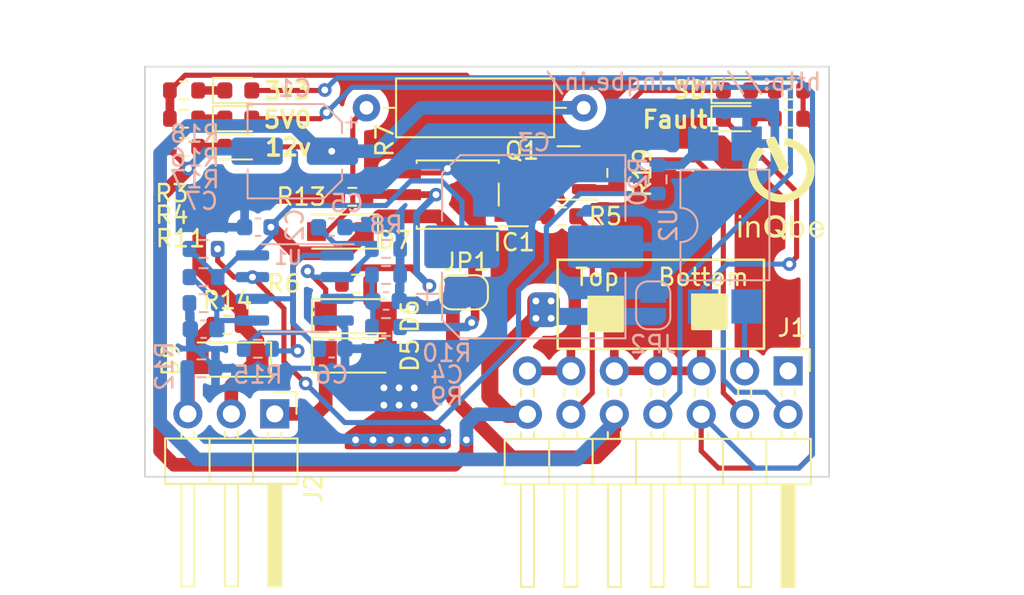
<source format=kicad_pcb>
(kicad_pcb (version 20211014) (generator pcbnew)
  (layers (0 "F.Cu" signal) (31 "B.Cu" signal) (34 "B.Paste" user) (35 "F.Paste" user) (36 "B.SilkS" user "B.Silkscreen") (37 "F.SilkS" user "F.Silkscreen") (38 "B.Mask" user) (39 "F.Mask" user) (44 "Edge.Cuts" user))
  (net 0 "")
  (net 1 "+12V")
  (net 2 "GND")
  (net 3 "/Boot")
  (net 4 "Net-(C4-Pad1)")
  (net 5 "Net-(C5-Pad1)")
  (net 6 "Net-(C6-Pad1)")
  (net 7 "Net-(C7-Pad1)")
  (net 8 "/~{SD}")
  (net 9 "Net-(D1-Pad2)")
  (net 10 "/~{Fault}")
  (net 11 "Net-(D2-Pad2)")
  (net 12 "Net-(D3-Pad1)")
  (net 13 "+3.3V")
  (net 14 "Net-(D4-Pad1)")
  (net 15 "+5V")
  (net 16 "Net-(IC1-Pad3)")
  (net 17 "Net-(D5-Pad2)")
  (net 18 "Net-(D7-Pad2)")
  (net 19 "Net-(D8-Pad1)")
  (net 20 "Gate")
  (net 21 "Net-(IC1-Pad1)")
  (net 22 "GNDD")
  (net 23 "/Reset")
  (net 24 "/pulse IN")
  (net 25 "Drain")
  (net 26 "Source")
  (net 27 "/VO")
  (net 28 "/Error_OUT")
  (net 29 "Net-(Q1-Pad1)")
  (net 30 "Net-(R20-Pad2)")
  (net 31 "Common")
  (footprint "Resistor_SMD:R_0603_1608Metric" (layer "F.Cu") (at 24.384 8.763)
    (fp_text reference "R5" (at 2.54 0) (layer "F.SilkS"))
    (fp_text value "680E")
    (pad "1" smd roundrect (at -0.825 0) (size 0.8 0.95) (layers "F.Cu" "F.Paste" "F.Mask") (net 21 "Net-(IC1-Pad1)"))
    (pad "2" smd roundrect (at 0.825 0) (size 0.8 0.95) (layers "F.Cu" "F.Paste" "F.Mask") (net 24 "/pulse IN"))
  )
  (footprint "Resistor_THT:R_Axial_DIN0309_L9.0mm_D3.2mm_P12.70mm_Horizontal" (layer "F.Cu") (at 12.954 2.413)
    (fp_text reference "R7" (at 1.0668 1.905 90) (layer "F.SilkS"))
    (fp_text value "20E/0.5W")
    (pad "1" thru_hole circle (at 0 0) (size 1.6 1.6) (drill 0.8) (layers *.Cu *.Mask) (net 18 "Net-(D7-Pad2)"))
    (pad "2" thru_hole oval (at 12.7 0) (size 1.6 1.6) (drill 0.8) (layers *.Cu *.Mask) (net 1 "+12V"))
  )
  (footprint "Resistor_SMD:R_0603_1608Metric" (layer "F.Cu") (at 2.286 3.048 180)
    (fp_text reference "R4" (at 0.7112 -5.6388) (layer "F.SilkS"))
    (fp_text value "1k")
    (pad "1" smd roundrect (at -0.825 0 180) (size 0.8 0.95) (layers "F.Cu" "F.Paste" "F.Mask") (net 14 "Net-(D4-Pad1)"))
    (pad "2" smd roundrect (at 0.825 0 180) (size 0.8 0.95) (layers "F.Cu" "F.Paste" "F.Mask") (net 22 "GNDD"))
  )
  (footprint "LED_SMD:LED_0603_1608Metric" (layer "F.Cu") (at 34.607 1.397)
    (fp_text reference "D1" hide)
    (fp_text value "SD/yellow")
    (pad "1" smd roundrect (at -0.7875 0) (size 0.875 0.95) (layers "F.Cu" "F.Paste" "F.Mask") (net 8 "/~{SD}"))
    (pad "2" smd roundrect (at 0.7875 0) (size 0.875 0.95) (layers "F.Cu" "F.Paste" "F.Mask") (net 9 "Net-(D1-Pad2)"))
  )
  (footprint "Resistor_SMD:R_0603_1608Metric" (layer "F.Cu") (at 12.344 12.7)
    (fp_text reference "R6" (at -4.216 0) (layer "F.SilkS"))
    (fp_text value "10K")
    (pad "1" smd roundrect (at -0.825 0) (size 0.8 0.95) (layers "F.Cu" "F.Paste" "F.Mask") (net 27 "/VO"))
    (pad "2" smd roundrect (at 0.825 0) (size 0.8 0.95) (layers "F.Cu" "F.Paste" "F.Mask") (net 17 "Net-(D5-Pad2)"))
  )
  (footprint "Diode_SMD:D_SOD-123F" (layer "F.Cu") (at 11.43 9.652 180)
    (fp_text reference "D7" (at -3.175 -0.508) (layer "F.SilkS"))
    (fp_text value "FR107")
    (pad "1" smd rect (at -1.4 0 180) (size 1.1 1.1) (layers "F.Cu" "F.Paste" "F.Mask") (net 3 "/Boot"))
    (pad "2" smd rect (at 1.4 0 180) (size 1.1 1.1) (layers "F.Cu" "F.Paste" "F.Mask") (net 18 "Net-(D7-Pad2)"))
  )
  (footprint "Package_SO:SO-5_4.4x3.6mm_P1.27mm" (layer "F.Cu") (at 18.288 7.493 180)
    (fp_text reference "IC1" (at -3.302 -2.794) (layer "F.SilkS"))
    (fp_text value "TLP152")
    (pad "1" smd rect (at -3.15 -1.27 180) (size 2 0.64) (layers "F.Cu" "F.Paste" "F.Mask") (net 21 "Net-(IC1-Pad1)"))
    (pad "3" smd rect (at -3.15 1.27 180) (size 2 0.64) (layers "F.Cu" "F.Paste" "F.Mask") (net 16 "Net-(IC1-Pad3)"))
    (pad "4" smd rect (at 3.15 1.27 180) (size 2 0.64) (layers "F.Cu" "F.Paste" "F.Mask") (net 31 "Common"))
    (pad "5" smd rect (at 3.15 0 180) (size 2 0.64) (layers "F.Cu" "F.Paste" "F.Mask") (net 27 "/VO"))
    (pad "6" smd rect (at 3.15 -1.27 180) (size 2 0.64) (layers "F.Cu" "F.Paste" "F.Mask") (net 3 "/Boot"))
  )
  (footprint "Resistor_SMD:R_0603_1608Metric" (layer "F.Cu") (at 27.559 6.223 90)
    (fp_text reference "R19" (at 0 1.524 90) (layer "F.SilkS"))
    (fp_text value "4k7")
    (pad "1" smd roundrect (at -0.825 0 90) (size 0.8 0.95) (layers "F.Cu" "F.Paste" "F.Mask") (net 29 "Net-(Q1-Pad1)"))
    (pad "2" smd roundrect (at 0.825 0 90) (size 0.8 0.95) (layers "F.Cu" "F.Paste" "F.Mask") (net 8 "/~{SD}"))
  )
  (footprint "LED_SMD:LED_0603_1608Metric" (layer "F.Cu") (at 34.607 3.048)
    (fp_text reference "D2" hide)
    (fp_text value "Fault/red")
    (pad "1" smd roundrect (at -0.7875 0) (size 0.875 0.95) (layers "F.Cu" "F.Paste" "F.Mask") (net 10 "/~{Fault}"))
    (pad "2" smd roundrect (at 0.7875 0) (size 0.875 0.95) (layers "F.Cu" "F.Paste" "F.Mask") (net 11 "Net-(D2-Pad2)"))
  )
  (footprint "Connector_PinHeader_2.54mm:PinHeader_2x07_P2.54mm_Horizontal" (layer "F.Cu") (at 37.605 17.805 -90)
    (fp_text reference "J1" (at -2.5142 -0.241) (layer "F.SilkS"))
    (fp_text value "Conn1")
    (pad "1" thru_hole rect (at 0 0 270) (size 1.7 1.7) (drill 1) (layers *.Cu *.Mask) (net 23 "/Reset"))
    (pad "2" thru_hole oval (at 2.54 0 270) (size 1.7 1.7) (drill 1) (layers *.Cu *.Mask) (net 10 "/~{Fault}"))
    (pad "3" thru_hole oval (at 0 2.54 270) (size 1.7 1.7) (drill 1) (layers *.Cu *.Mask) (net 22 "GNDD"))
    (pad "4" thru_hole oval (at 2.54 2.54 270) (size 1.7 1.7) (drill 1) (layers *.Cu *.Mask) (net 8 "/~{SD}"))
    (pad "5" thru_hole oval (at 0 5.08 270) (size 1.7 1.7) (drill 1) (layers *.Cu *.Mask) (net 22 "GNDD"))
    (pad "6" thru_hole oval (at 2.54 5.08 270) (size 1.7 1.7) (drill 1) (layers *.Cu *.Mask) (net 13 "+3.3V"))
    (pad "7" thru_hole oval (at 0 7.62 270) (size 1.7 1.7) (drill 1) (layers *.Cu *.Mask) (net 22 "GNDD"))
    (pad "8" thru_hole oval (at 2.54 7.62 270) (size 1.7 1.7) (drill 1) (layers *.Cu *.Mask) (net 15 "+5V"))
    (pad "9" thru_hole oval (at 0 10.16 270) (size 1.7 1.7) (drill 1) (layers *.Cu *.Mask) (net 22 "GNDD"))
    (pad "10" thru_hole oval (at 2.54 10.16 270) (size 1.7 1.7) (drill 1) (layers *.Cu *.Mask) (net 1 "+12V"))
    (pad "11" thru_hole oval (at 0 12.7 270) (size 1.7 1.7) (drill 1) (layers *.Cu *.Mask) (net 22 "GNDD"))
    (pad "12" thru_hole oval (at 2.54 12.7 270) (size 1.7 1.7) (drill 1) (layers *.Cu *.Mask) (net 24 "/pulse IN"))
    (pad "13" thru_hole oval (at 0 15.24 270) (size 1.7 1.7) (drill 1) (layers *.Cu *.Mask) (net 22 "GNDD"))
    (pad "14" thru_hole oval (at 2.54 15.24 270) (size 1.7 1.7) (drill 1) (layers *.Cu *.Mask) (net 2 "GND"))
  )
  (footprint "Resistor_SMD:R_0603_1608Metric" (layer "F.Cu") (at 37.655 3.048)
    (fp_text reference "R2" hide)
    (fp_text value "330E")
    (pad "1" smd roundrect (at -0.825 0) (size 0.8 0.95) (layers "F.Cu" "F.Paste" "F.Mask") (net 11 "Net-(D2-Pad2)"))
    (pad "2" smd roundrect (at 0.825 0) (size 0.8 0.95) (layers "F.Cu" "F.Paste" "F.Mask") (net 13 "+3.3V"))
  )
  (footprint "Diode_SMD:D_MiniMELF" (layer "F.Cu") (at 4.826 17.145 180)
    (fp_text reference "D9" (at 3.302 0 90) (layer "F.SilkS"))
    (fp_text value "15V")
    (pad "1" smd rect (at -1.75 0 180) (size 1.3 1.7) (layers "F.Cu" "F.Paste" "F.Mask") (net 20 "Gate"))
    (pad "2" smd rect (at 1.75 0 180) (size 1.3 1.7) (layers "F.Cu" "F.Paste" "F.Mask") (net 26 "Source"))
  )
  (footprint "Resistor_SMD:R_0603_1608Metric" (layer "F.Cu") (at 4.826 15.113)
    (fp_text reference "R14" (at 0 -1.43 180) (layer "F.SilkS"))
    (fp_text value "10K")
    (pad "1" smd roundrect (at -0.825 0) (size 0.8 0.95) (layers "F.Cu" "F.Paste" "F.Mask") (net 26 "Source"))
    (pad "2" smd roundrect (at 0.825 0) (size 0.8 0.95) (layers "F.Cu" "F.Paste" "F.Mask") (net 20 "Gate"))
  )
  (footprint "LED_SMD:LED_0603_1608Metric" (layer "F.Cu") (at 5.461 1.397)
    (fp_text reference "D3" hide)
    (fp_text value "3.3v/greeen")
    (pad "1" smd roundrect (at -0.7875 0) (size 0.875 0.95) (layers "F.Cu" "F.Paste" "F.Mask") (net 12 "Net-(D3-Pad1)"))
    (pad "2" smd roundrect (at 0.7875 0) (size 0.875 0.95) (layers "F.Cu" "F.Paste" "F.Mask") (net 13 "+3.3V"))
  )
  (footprint "LED_SMD:LED_0603_1608Metric" (layer "F.Cu") (at 5.461 4.699)
    (fp_text reference "D8" hide)
    (fp_text value "12v")
    (pad "1" smd roundrect (at -0.7875 0) (size 0.875 0.95) (layers "F.Cu" "F.Paste" "F.Mask") (net 19 "Net-(D8-Pad1)"))
    (pad "2" smd roundrect (at 0.7875 0) (size 0.875 0.95) (layers "F.Cu" "F.Paste" "F.Mask") (net 1 "+12V"))
  )
  (footprint "Jumper:SolderJumper-2_P1.3mm_Open_RoundedPad1.0x1.5mm" (layer "F.Cu") (at 18.654 13.208)
    (fp_text reference "JP1" (at 0.142 -1.778 180) (layer "F.SilkS"))
    (fp_text value "~{BST}")
    (pad "1" smd custom (at -0.65 0) (size 1 0.5) (layers "F.Cu" "F.Mask") (net 1 "+12V") (options (clearance outline) (anchor rect)) (primitives (gr_circle (center 0 0.25) (end 0.5 0.25) (width 0) (fill yes)) (gr_circle (center 0 -0.25) (end 0.5 -0.25) (width 0) (fill yes)) (gr_poly (pts (xy 0.5 0.75) (xy 0 0.75) (xy 0 -0.75) (xy 0.5 -0.75)) (width 0) (fill yes))))
    (pad "2" smd custom (at 0.65 0) (size 1 0.5) (layers "F.Cu" "F.Mask") (net 3 "/Boot") (options (clearance outline) (anchor rect)) (primitives (gr_circle (center 0 0.25) (end 0.5 0.25) (width 0) (fill yes)) (gr_circle (center 0 -0.25) (end 0.5 -0.25) (width 0) (fill yes)) (gr_poly (pts (xy 0 0.75) (xy -0.5 0.75) (xy -0.5 -0.75) (xy 0 -0.75)) (width 0) (fill yes))))
  )
  (footprint "Connector_PinHeader_2.54mm:PinHeader_1x03_P2.54mm_Horizontal" (layer "F.Cu") (at 7.592 20.32 -90)
    (fp_text reference "J2" (at 4.385 -2.27 90) (layer "F.SilkS"))
    (fp_text value "FET")
    (pad "1" thru_hole rect (at 0 0 270) (size 1.7 1.7) (drill 1) (layers *.Cu *.Mask) (net 25 "Drain"))
    (pad "2" thru_hole oval (at 0 2.54 270) (size 1.7 1.7) (drill 1) (layers *.Cu *.Mask) (net 20 "Gate"))
    (pad "3" thru_hole oval (at 0 5.08 270) (size 1.7 1.7) (drill 1) (layers *.Cu *.Mask) (net 26 "Source"))
  )
  (footprint "Diode_SMD:D_MiniMELF" (layer "F.Cu") (at 12.319 14.605)
    (fp_text reference "D6" (at 3.175 0 90) (layer "F.SilkS"))
    (fp_text value "1N4148")
    (pad "1" smd rect (at -1.75 0) (size 1.3 1.7) (layers "F.Cu" "F.Paste" "F.Mask") (net 5 "Net-(C5-Pad1)"))
    (pad "2" smd rect (at 1.75 0) (size 1.3 1.7) (layers "F.Cu" "F.Paste" "F.Mask") (net 17 "Net-(D5-Pad2)"))
  )
  (footprint "Resistor_SMD:R_0603_1608Metric" (layer "F.Cu") (at 2.286 1.397 180)
    (fp_text reference "R3" (at 0.7112 -6.0198 180) (layer "F.SilkS"))
    (fp_text value "680E")
    (pad "1" smd roundrect (at -0.825 0 180) (size 0.8 0.95) (layers "F.Cu" "F.Paste" "F.Mask") (net 12 "Net-(D3-Pad1)"))
    (pad "2" smd roundrect (at 0.825 0 180) (size 0.8 0.95) (layers "F.Cu" "F.Paste" "F.Mask") (net 22 "GNDD"))
  )
  (footprint "Resistor_SMD:R_0603_1608Metric" (layer "F.Cu") (at 12.128 7.62 180)
    (fp_text reference "R13" (at 2.984 0) (layer "F.SilkS"))
    (fp_text value "20E")
    (pad "1" smd roundrect (at -0.825 0 180) (size 0.8 0.95) (layers "F.Cu" "F.Paste" "F.Mask") (net 27 "/VO"))
    (pad "2" smd roundrect (at 0.825 0 180) (size 0.8 0.95) (layers "F.Cu" "F.Paste" "F.Mask") (net 20 "Gate"))
  )
  (footprint "Resistor_SMD:R_0603_1608Metric" (layer "F.Cu") (at 37.655 1.397)
    (fp_text reference "R1" hide)
    (fp_text value "330E")
    (pad "1" smd roundrect (at -0.825 0) (size 0.8 0.95) (layers "F.Cu" "F.Paste" "F.Mask") (net 9 "Net-(D1-Pad2)"))
    (pad "2" smd roundrect (at 0.825 0) (size 0.8 0.95) (layers "F.Cu" "F.Paste" "F.Mask") (net 13 "+3.3V"))
  )
  (footprint "Diode_SMD:D_MiniMELF" (layer "F.Cu") (at 12.319 16.904)
    (fp_text reference "D5" (at 3.175 -0.013 90) (layer "F.SilkS"))
    (fp_text value "1N4148")
    (pad "1" smd rect (at -1.75 0) (size 1.3 1.7) (layers "F.Cu" "F.Paste" "F.Mask") (net 25 "Drain"))
    (pad "2" smd rect (at 1.75 0) (size 1.3 1.7) (layers "F.Cu" "F.Paste" "F.Mask") (net 17 "Net-(D5-Pad2)"))
  )
  (footprint "LED_SMD:LED_0603_1608Metric" (layer "F.Cu") (at 5.461 3.048)
    (fp_text reference "D4" hide)
    (fp_text value "5v/green")
    (pad "1" smd roundrect (at -0.7875 0) (size 0.875 0.95) (layers "F.Cu" "F.Paste" "F.Mask") (net 14 "Net-(D4-Pad1)"))
    (pad "2" smd roundrect (at 0.7875 0) (size 0.875 0.95) (layers "F.Cu" "F.Paste" "F.Mask") (net 15 "+5V"))
  )
  (footprint "SANDEEV logo:inQbe_5x6kicad_mod" (layer "F.Cu") (at 37.211 7.112)
    (fp_text reference "G***" hide)
    (fp_text value "LOGO" hide)
  )
  (footprint "Package_TO_SOT_SMD:SOT-23" (layer "F.Cu") (at 24.765 6.223 180)
    (fp_text reference "Q1" (at 2.7178 1.2954) (layer "F.SilkS"))
    (fp_text value "BC846B")
    (pad "1" smd roundrect (at -0.9375 -0.95 180) (size 1.475 0.6) (layers "F.Cu" "F.Paste" "F.Mask") (net 29 "Net-(Q1-Pad1)"))
    (pad "2" smd roundrect (at -0.9375 0.95 180) (size 1.475 0.6) (layers "F.Cu" "F.Paste" "F.Mask") (net 22 "GNDD"))
    (pad "3" smd roundrect (at 0.9375 0 180) (size 1.475 0.6) (layers "F.Cu" "F.Paste" "F.Mask") (net 16 "Net-(IC1-Pad3)"))
  )
  (footprint "Resistor_SMD:R_0603_1608Metric" (layer "F.Cu") (at 2.286 4.699 180)
    (fp_text reference "R11" (at 0.2032 -5.3594) (layer "F.SilkS"))
    (fp_text value "10K")
    (pad "1" smd roundrect (at -0.825 0 180) (size 0.8 0.95) (layers "F.Cu" "F.Paste" "F.Mask") (net 19 "Net-(D8-Pad1)"))
    (pad "2" smd roundrect (at 0.825 0 180) (size 0.8 0.95) (layers "F.Cu" "F.Paste" "F.Mask") (net 2 "GND"))
  )
  (footprint "Capacitor_SMD:C_0603_1608Metric" (layer "B.Cu") (at 10.922 9.398)
    (fp_text reference "C5" (at 0.889 -1.397) (layer "B.SilkS") (effects (justify mirror)))
    (fp_text value "1nF")
    (pad "1" smd roundrect (at -0.775 0) (size 0.9 0.95) (layers "B.Cu" "B.Paste" "B.Mask") (net 5 "Net-(C5-Pad1)"))
    (pad "2" smd roundrect (at 0.775 0) (size 0.9 0.95) (layers "B.Cu" "B.Paste" "B.Mask") (net 31 "Common"))
  )
  (footprint "Resistor_SMD:R_0603_1608Metric" (layer "B.Cu") (at 6.604 16.51 180)
    (fp_text reference "R15" (at 0 -1.524) (layer "B.SilkS") (effects (justify mirror)))
    (fp_text value "150K")
    (pad "1" smd roundrect (at -0.825 0 180) (size 0.8 0.95) (layers "B.Cu" "B.Paste" "B.Mask") (net 3 "/Boot"))
    (pad "2" smd roundrect (at 0.825 0 180) (size 0.8 0.95) (layers "B.Cu" "B.Paste" "B.Mask") (net 6 "Net-(C6-Pad1)"))
  )
  (footprint "Resistor_SMD:R_0603_1608Metric" (layer "B.Cu") (at 3.429 13.843 180)
    (fp_text reference "R17" (at 0.508 7.239 180) (layer "B.SilkS") (effects (justify mirror)))
    (fp_text value "12k")
    (pad "1" smd roundrect (at -0.825 0 180) (size 0.8 0.95) (layers "B.Cu" "B.Paste" "B.Mask") (net 7 "Net-(C7-Pad1)"))
    (pad "2" smd roundrect (at 0.825 0 180) (size 0.8 0.95) (layers "B.Cu" "B.Paste" "B.Mask") (net 31 "Common"))
  )
  (footprint "Capacitor_SMD:C_0603_1608Metric" (layer "B.Cu") (at 3.429 15.367 180)
    (fp_text reference "C7" (at 0.127 7.493) (layer "B.SilkS") (effects (justify mirror)))
    (fp_text value "100nF")
    (pad "1" smd roundrect (at -0.775 0 180) (size 0.9 0.95) (layers "B.Cu" "B.Paste" "B.Mask") (net 7 "Net-(C7-Pad1)"))
    (pad "2" smd roundrect (at 0.775 0 180) (size 0.9 0.95) (layers "B.Cu" "B.Paste" "B.Mask") (net 31 "Common"))
  )
  (footprint "Jumper:SolderJumper-2_P1.3mm_Open_RoundedPad1.0x1.5mm" (layer "B.Cu") (at 29.718 13.97 -90)
    (fp_text reference "JP2" (at 2.286 0) (layer "B.SilkS") (effects (justify mirror)))
    (fp_text value "~{GND}")
    (pad "1" smd custom (at -0.65 0 270) (size 1 0.5) (layers "B.Cu" "B.Mask") (net 31 "Common") (options (clearance outline) (anchor rect)) (primitives (gr_circle (center 0 -0.25) (end 0.5 -0.25) (width 0) (fill yes)) (gr_circle (center 0 0.25) (end 0.5 0.25) (width 0) (fill yes)) (gr_poly (pts (xy 0.5 -0.75) (xy 0 -0.75) (xy 0 0.75) (xy 0.5 0.75)) (width 0) (fill yes))))
    (pad "2" smd custom (at 0.65 0 270) (size 1 0.5) (layers "B.Cu" "B.Mask") (net 2 "GND") (options (clearance outline) (anchor rect)) (primitives (gr_circle (center 0 -0.25) (end 0.5 -0.25) (width 0) (fill yes)) (gr_circle (center 0 0.25) (end 0.5 0.25) (width 0) (fill yes)) (gr_poly (pts (xy 0 -0.75) (xy -0.5 -0.75) (xy -0.5 0.75) (xy 0 0.75)) (width 0) (fill yes))))
  )
  (footprint "Package_DIP:SMDIP-4_W9.53mm" (layer "B.Cu") (at 33.909 9.271 -90)
    (fp_text reference "U2" (at 0 3.302 90) (layer "B.SilkS") (effects (justify mirror)))
    (fp_text value "LTV-817S")
    (pad "1" smd rect (at -4.765 1.27 270) (size 2 1.78) (layers "B.Cu" "B.Paste" "B.Mask") (net 30 "Net-(R20-Pad2)"))
    (pad "2" smd rect (at -4.765 -1.27 270) (size 2 1.78) (layers "B.Cu" "B.Paste" "B.Mask") (net 31 "Common"))
    (pad "3" smd rect (at 4.765 -1.27 270) (size 2 1.78) (layers "B.Cu" "B.Paste" "B.Mask") (net 22 "GNDD"))
    (pad "4" smd rect (at 4.765 1.27 270) (size 2 1.78) (layers "B.Cu" "B.Paste" "B.Mask") (net 10 "/~{Fault}"))
  )
  (footprint "Capacitor_SMD:C_0603_1608Metric" (layer "B.Cu") (at 6.604 9.398 180)
    (fp_text reference "C2" (at -2.159 0.127 90) (layer "B.SilkS") (effects (justify mirror)))
    (fp_text value "10uF")
    (pad "1" smd roundrect (at -0.775 0 180) (size 0.9 0.95) (layers "B.Cu" "B.Paste" "B.Mask") (net 3 "/Boot"))
    (pad "2" smd roundrect (at 0.775 0 180) (size 0.9 0.95) (layers "B.Cu" "B.Paste" "B.Mask") (net 31 "Common"))
  )
  (footprint "Capacitor_SMD:C_0603_1608Metric" (layer "B.Cu") (at 14.097 13.716)
    (fp_text reference "C4" (at 3.556 4.318) (layer "B.SilkS") (effects (justify mirror)))
    (fp_text value "100nF")
    (pad "1" smd roundrect (at -0.775 0) (size 0.9 0.95) (layers "B.Cu" "B.Paste" "B.Mask") (net 4 "Net-(C4-Pad1)"))
    (pad "2" smd roundrect (at 0.775 0) (size 0.9 0.95) (layers "B.Cu" "B.Paste" "B.Mask") (net 31 "Common"))
  )
  (footprint "Capacitor_SMD:CP_Elec_10x10.5" (layer "B.Cu") (at 22.733 10.541)
    (fp_text reference "C3" (at 0 -6.096) (layer "B.SilkS") (effects (justify mirror)))
    (fp_text value "470uF/25V")
    (pad "1" smd roundrect (at -4.2 0) (size 4.4 2.5) (layers "B.Cu" "B.Paste" "B.Mask") (roundrect_rratio 0.1) (net 3 "/Boot"))
    (pad "2" smd roundrect (at 4.2 0) (size 4.4 2.5) (layers "B.Cu" "B.Paste" "B.Mask") (roundrect_rratio 0.1) (net 31 "Common"))
  )
  (footprint "Package_SO:SOIC-8_3.9x4.9mm_P1.27mm" (layer "B.Cu") (at 8.763 12.954 180)
    (fp_text reference "U1" (at 0.381 1.778) (layer "B.SilkS") (effects (font (size 0.8 0.8)) (justify mirror)))
    (fp_text value "LM393")
    (pad "1" smd roundrect (at -2.475 1.905 180) (size 1.95 0.6) (layers "B.Cu" "B.Paste" "B.Mask") (net 6 "Net-(C6-Pad1)"))
    (pad "2" smd roundrect (at -2.475 0.635 180) (size 1.95 0.6) (layers "B.Cu" "B.Paste" "B.Mask") (net 5 "Net-(C5-Pad1)"))
    (pad "3" smd roundrect (at -2.475 -0.635 180) (size 1.95 0.6) (layers "B.Cu" "B.Paste" "B.Mask") (net 4 "Net-(C4-Pad1)"))
    (pad "4" smd roundrect (at -2.475 -1.905 180) (size 1.95 0.6) (layers "B.Cu" "B.Paste" "B.Mask") (net 31 "Common"))
    (pad "5" smd roundrect (at 2.475 -1.905 180) (size 1.95 0.6) (layers "B.Cu" "B.Paste" "B.Mask") (net 7 "Net-(C7-Pad1)"))
    (pad "6" smd roundrect (at 2.475 -0.635 180) (size 1.95 0.6) (layers "B.Cu" "B.Paste" "B.Mask") (net 6 "Net-(C6-Pad1)"))
    (pad "7" smd roundrect (at 2.475 0.635 180) (size 1.95 0.6) (layers "B.Cu" "B.Paste" "B.Mask") (net 28 "/Error_OUT"))
    (pad "8" smd roundrect (at 2.475 1.905 180) (size 1.95 0.6) (layers "B.Cu" "B.Paste" "B.Mask") (net 3 "/Boot"))
  )
  (footprint "Resistor_SMD:R_0603_1608Metric" (layer "B.Cu") (at 3.429 10.668)
    (fp_text reference "R18" (at -0.508 -6.731) (layer "B.SilkS") (effects (justify mirror)))
    (fp_text value "10K")
    (pad "1" smd roundrect (at -0.825 0) (size 0.8 0.95) (layers "B.Cu" "B.Paste" "B.Mask") (net 3 "/Boot"))
    (pad "2" smd roundrect (at 0.825 0) (size 0.8 0.95) (layers "B.Cu" "B.Paste" "B.Mask") (net 28 "/Error_OUT"))
  )
  (footprint "Resistor_SMD:R_0603_1608Metric" (layer "B.Cu") (at 14.097 12.192)
    (fp_text reference "R10" (at 3.556 4.572) (layer "B.SilkS") (effects (justify mirror)))
    (fp_text value "12K")
    (pad "1" smd roundrect (at -0.825 0) (size 0.8 0.95) (layers "B.Cu" "B.Paste" "B.Mask") (net 4 "Net-(C4-Pad1)"))
    (pad "2" smd roundrect (at 0.825 0) (size 0.8 0.95) (layers "B.Cu" "B.Paste" "B.Mask") (net 31 "Common"))
  )
  (footprint "Resistor_SMD:R_0603_1608Metric" (layer "B.Cu") (at 14.097 10.668)
    (fp_text reference "R8" (at 0 -1.397) (layer "B.SilkS") (effects (justify mirror)))
    (fp_text value "100K")
    (pad "1" smd roundrect (at -0.825 0) (size 0.8 0.95) (layers "B.Cu" "B.Paste" "B.Mask") (net 5 "Net-(C5-Pad1)"))
    (pad "2" smd roundrect (at 0.825 0) (size 0.8 0.95) (layers "B.Cu" "B.Paste" "B.Mask") (net 31 "Common"))
  )
  (footprint "Resistor_SMD:R_0603_1608Metric" (layer "B.Cu") (at 3.302 17.653 180)
    (fp_text reference "R12" (at 2.159 0.127 270) (layer "B.SilkS") (effects (justify mirror)))
    (fp_text value "0E")
    (pad "1" smd roundrect (at -0.825 0 180) (size 0.8 0.95) (layers "B.Cu" "B.Paste" "B.Mask") (net 31 "Common"))
    (pad "2" smd roundrect (at 0.825 0 180) (size 0.8 0.95) (layers "B.Cu" "B.Paste" "B.Mask") (net 26 "Source"))
  )
  (footprint "Resistor_SMD:R_0603_1608Metric" (layer "B.Cu") (at 29.972 6.604 90)
    (fp_text reference "R20" (at -0.127 -1.143 90) (layer "B.SilkS") (effects (justify mirror)))
    (fp_text value "1k")
    (pad "1" smd roundrect (at -0.825 0 90) (size 0.8 0.95) (layers "B.Cu" "B.Paste" "B.Mask") (net 28 "/Error_OUT"))
    (pad "2" smd roundrect (at 0.825 0 90) (size 0.8 0.95) (layers "B.Cu" "B.Paste" "B.Mask") (net 30 "Net-(R20-Pad2)"))
  )
  (footprint "Capacitor_SMD:CP_Elec_5x5.4" (layer "B.Cu") (at 8.763 4.953 180)
    (fp_text reference "C1" (at 0 3.7) (layer "B.SilkS") (effects (justify mirror)))
    (fp_text value "10uF/50V")
    (pad "1" smd roundrect (at -2.2 0 180) (size 3 1.6) (layers "B.Cu" "B.Paste" "B.Mask") (roundrect_rratio 0.15625) (net 1 "+12V"))
    (pad "2" smd roundrect (at 2.2 0 180) (size 3 1.6) (layers "B.Cu" "B.Paste" "B.Mask") (roundrect_rratio 0.15625) (net 2 "GND"))
  )
  (footprint "Resistor_SMD:R_0603_1608Metric" (layer "B.Cu") (at 14.097 15.24 180)
    (fp_text reference "R9" (at -3.556 -4.064) (layer "B.SilkS") (effects (justify mirror)))
    (fp_text value "12K")
    (pad "1" smd roundrect (at -0.825 0 180) (size 0.8 0.95) (layers "B.Cu" "B.Paste" "B.Mask") (net 3 "/Boot"))
    (pad "2" smd roundrect (at 0.825 0 180) (size 0.8 0.95) (layers "B.Cu" "B.Paste" "B.Mask") (net 4 "Net-(C4-Pad1)"))
  )
  (footprint "Resistor_SMD:R_0603_1608Metric" (layer "B.Cu") (at 3.429 12.319 180)
    (fp_text reference "R16" (at 0.508 6.985) (layer "B.SilkS") (effects (justify mirror)))
    (fp_text value "12K")
    (pad "1" smd roundrect (at -0.825 0 180) (size 0.8 0.95) (layers "B.Cu" "B.Paste" "B.Mask") (net 3 "/Boot"))
    (pad "2" smd roundrect (at 0.825 0 180) (size 0.8 0.95) (layers "B.Cu" "B.Paste" "B.Mask") (net 7 "Net-(C7-Pad1)"))
  )
  (footprint "Capacitor_SMD:C_0603_1608Metric" (layer "B.Cu") (at 10.922 16.51)
    (fp_text reference "C6" (at 0 1.524) (layer "B.SilkS") (effects (justify mirror)))
    (fp_text value "100nF")
    (pad "1" smd roundrect (at -0.775 0) (size 0.9 0.95) (layers "B.Cu" "B.Paste" "B.Mask") (net 6 "Net-(C6-Pad1)"))
    (pad "2" smd roundrect (at 0.775 0) (size 0.9 0.95) (layers "B.Cu" "B.Paste" "B.Mask") (net 31 "Common"))
  )
  (gr_rect (start 25.94 13.478) (end 27.94 15.478) (layer "F.SilkS") (width 0.15) (fill solid))
  (gr_rect (start 32.004 13.351) (end 34.004 15.351) (layer "F.SilkS") (width 0.15) (fill solid))
  (gr_rect (start 24.13 11.303) (end 36.195 16.51) (layer "F.SilkS") (width 0.15) (fill none))
  (gr_rect (start 40 24) (end 0 0) (layer "Edge.Cuts") (width 0.1) (fill none))
  (gr_text "http://www.inqbe.in/" (at 31.496 0.889) (layer "B.SilkS") (effects (font (size 1 1)) (justify mirror)))
  (gr_text "Top   Bottom" (at 30.226 12.319) (layer "F.SilkS") (effects (font (size 1 1))))
  (gr_text "3v3" (at 8.3312 1.4224) (layer "F.SilkS") (effects (font (size 1 1) (thickness 0.2))))
  (gr_text "SD" (at 31.8516 1.3716) (layer "F.SilkS") (effects (font (size 1 1) (thickness 0.2))))
  (gr_text "12v" (at 8.382 4.7244) (layer "F.SilkS") (effects (font (size 1 1) (thickness 0.2))))
  (gr_text "Fault" (at 30.988 3.0988) (layer "F.SilkS") (effects (font (size 1 1) (thickness 0.2))))
  (gr_text "5V0" (at 8.3312 3.0988) (layer "F.SilkS") (effects (font (size 1 1) (thickness 0.2))))
  (segment (start 18.004 13.208) (end 18.004 19.401) (width 0.8) (layer "F.Cu") (net 1))
  (segment (start 26.416 22.86) (end 27.445 21.831) (width 0.8) (layer "F.Cu") (net 1))
  (segment (start 21.463 22.86) (end 26.416 22.86) (width 0.8) (layer "F.Cu") (net 1))
  (segment (start 6.2485 4.699) (end 10.668 4.699) (width 0.3) (layer "F.Cu") (net 1))
  (segment (start 10.668 4.699) (end 10.922 4.953) (width 0.3) (layer "F.Cu") (net 1))
  (segment (start 27.445 21.831) (end 27.445 20.345) (width 0.8) (layer "F.Cu") (net 1))
  (segment (start 18.004 19.401) (end 21.463 22.86) (width 0.8) (layer "F.Cu") (net 1))
  (via (at 10.922 4.953) (size 0.8) (drill 0.4) (layers "F.Cu" "B.Cu") (net 1))
  (segment (start 3.05837 22.987) (end 0.889 20.81763) (width 0.8) (layer "B.Cu") (net 1))
  (segment (start 25.654 2.413) (end 16.129 2.413) (width 0.8) (layer "B.Cu") (net 1))
  (segment (start 27.445 20.345) (end 27.445 20.815) (width 0.8) (layer "B.Cu") (net 1))
  (segment (start 25.273 22.987) (end 3.05837 22.987) (width 0.8) (layer "B.Cu") (net 1))
  (segment (start 27.445 20.815) (end 25.273 22.987) (width 0.8) (layer "B.Cu") (net 1))
  (segment (start 10.197572 4.953) (end 10.963 4.953) (width 0.8) (layer "B.Cu") (net 1))
  (segment (start 0.889 5.08) (end 2.491103 3.477897) (width 0.8) (layer "B.Cu") (net 1))
  (segment (start 8.722469 3.477897) (end 10.197572 4.953) (width 0.8) (layer "B.Cu") (net 1))
  (segment (start 0.889 20.81763) (end 0.889 5.08) (width 0.8) (layer "B.Cu") (net 1))
  (segment (start 16.129 2.413) (end 13.589 4.953) (width 0.8) (layer "B.Cu") (net 1))
  (segment (start 2.491103 3.477897) (end 8.722469 3.477897) (width 0.8) (layer "B.Cu") (net 1))
  (segment (start 13.589 4.953) (end 10.963 4.953) (width 0.8) (layer "B.Cu") (net 1))
  (segment (start 18.796 22.606) (end 18.796 21.844) (width 0.8) (layer "F.Cu") (net 2))
  (segment (start 1.71 23.3) (end 18.102 23.3) (width 0.8) (layer "F.Cu") (net 2))
  (segment (start 0.889 22.479) (end 1.71 23.3) (width 0.8) (layer "F.Cu") (net 2))
  (segment (start 0.889 7.62) (end 0.889 22.479) (width 0.8) (layer "F.Cu") (net 2))
  (segment (start 23.749 13.716) (end 23.749 13.843) (width 0.8) (layer "F.Cu") (net 2))
  (segment (start 20.1676 19.304) (end 20.1676 17.4244) (width 1) (layer "F.Cu") (net 2))
  (segment (start 1.461 4.89) (end 2.54 5.969) (width 0.3) (layer "F.Cu") (net 2))
  (segment (start 20.1676 17.4244) (end 23.749 13.843) (width 1) (layer "F.Cu") (net 2))
  (segment (start 21.2086 20.345) (end 20.1676 19.304) (width 1) (layer "F.Cu") (net 2))
  (segment (start 2.54 5.969) (end 0.889 7.62) (width 0.8) (layer "F.Cu") (net 2))
  (segment (start 18.102 23.3) (end 18.796 22.606) (width 0.8) (layer "F.Cu") (net 2))
  (segment (start 22.365 20.345) (end 21.2086 20.345) (width 1) (layer "F.Cu") (net 2))
  (segment (start 1.461 4.699) (end 1.461 4.89) (width 0.3) (layer "F.Cu") (net 2))
  (via (at 2.54 5.969) (size 0.8) (drill 0.4) (layers "F.Cu" "B.Cu") (net 2))
  (via (at 22.86 13.716) (size 0.8) (drill 0.4) (layers "F.Cu" "B.Cu") (net 2))
  (via (at 23.749 13.716) (size 0.8) (drill 0.4) (layers "F.Cu" "B.Cu") (net 2))
  (via (at 18.796 21.844) (size 0.8) (drill 0.4) (layers "F.Cu" "B.Cu") (net 2))
  (via (at 22.86 14.732) (size 0.8) (drill 0.4) (layers "F.Cu" "B.Cu") (net 2))
  (via (at 23.749 14.732) (size 0.8) (drill 0.4) (layers "F.Cu" "B.Cu") (net 2))
  (segment (start 19.406 20.345) (end 22.365 20.345) (width 0.8) (layer "B.Cu") (net 2))
  (segment (start 18.796 20.955) (end 19.406 20.345) (width 0.8) (layer "B.Cu") (net 2))
  (segment (start 23.749 14.732) (end 22.86 14.732) (width 0.8) (layer "B.Cu") (net 2))
  (segment (start 18.796 21.844) (end 18.796 20.955) (width 0.8) (layer "B.Cu") (net 2))
  (segment (start 3.556 4.953) (end 2.54 5.969) (width 0.5) (layer "B.Cu") (net 2))
  (segment (start 6.563 4.953) (end 3.556 4.953) (width 0.5) (layer "B.Cu") (net 2))
  (segment (start 29.718 14.62) (end 23.764 14.62) (width 1) (layer "B.Cu") (net 2))
  (segment (start 23.764 14.62) (end 23.368 14.224) (width 1) (layer "B.Cu") (net 2))
  (segment (start 11.684 10.922) (end 8.89 10.922) (width 0.8) (layer "F.Cu") (net 3))
  (segment (start 19.304 14.7828) (end 19.1008 14.986) (width 0.5) (layer "F.Cu") (net 3))
  (segment (start 8.89 10.922) (end 7.366 9.398) (width 0.8) (layer "F.Cu") (net 3))
  (segment (start 7.366 9.398) (end 8.677511 10.709511) (width 0.3) (layer "F.Cu") (net 3))
  (segment (start 12.83 9.652) (end 12.83 9.776) (width 0.8) (layer "F.Cu") (net 3))
  (segment (start 15.138 8.763) (end 13.719 8.763) (width 0.8) (layer "F.Cu") (net 3))
  (segment (start 13.719 8.763) (end 12.83 9.652) (width 0.8) (layer "F.Cu") (net 3))
  (segment (start 12.83 9.776) (end 11.684 10.922) (width 0.8) (layer "F.Cu") (net 3))
  (segment (start 17.145 8.763) (end 15.138 8.763) (width 0.8) (layer "F.Cu") (net 3))
  (segment (start 19.304 10.922) (end 17.145 8.763) (width 0.8) (layer "F.Cu") (net 3))
  (segment (start 8.677511 10.709511) (end 8.677511 16.387011) (width 0.3) (layer "F.Cu") (net 3))
  (segment (start 8.677511 16.387011) (end 8.9275 16.637) (width 0.3) (layer "F.Cu") (net 3))
  (segment (start 19.304 13.208) (end 19.304 14.7828) (width 0.5) (layer "F.Cu") (net 3))
  (segment (start 19.304 13.208) (end 19.304 10.922) (width 0.8) (layer "F.Cu") (net 3))
  (via (at 19.1008 14.986) (size 0.8) (drill 0.4) (layers "F.Cu" "B.Cu") (net 3))
  (via (at 7.366 9.398) (size 0.8) (drill 0.4) (layers "F.Cu" "B.Cu") (net 3))
  (via (at 8.9275 16.637) (size 0.8) (drill 0.4) (layers "F.Cu" "B.Cu") (net 3))
  (segment (start 7.379 9.398) (end 7.379 9.2915) (width 0.3) (layer "B.Cu") (net 3))
  (segment (start 15.531501 6.693499) (end 14.097 8.128) (width 0.3) (layer "B.Cu") (net 3))
  (segment (start 5.524 11.049) (end 6.288 11.049) (width 0.3) (layer "B.Cu") (net 3))
  (segment (start 2.604 10.668) (end 2.604 10.669) (width 0.3) (layer "B.Cu") (net 3))
  (segment (start 8.5425 8.128) (end 8.001 8.6695) (width 0.3) (layer "B.Cu") (net 3))
  (segment (start 18.533 7.877334) (end 17.349165 6.693499) (width 0.3) (layer "B.Cu") (net 3))
  (segment (start 7.429 16.51) (end 7.556 16.637) (width 0.3) (layer "B.Cu") (net 3))
  (segment (start 7.379 9.958) (end 6.288 11.049) (width 0.3) (layer "B.Cu") (net 3))
  (segment (start 18.8468 15.24) (end 19.1008 14.986) (width 0.5) (layer "B.Cu") (net 3))
  (segment (start 4.254 12.319) (end 5.524 11.049) (width 0.3) (layer "B.Cu") (net 3))
  (segment (start 2.604 10.669) (end 4.254 12.319) (width 0.3) (layer "B.Cu") (net 3))
  (segment (start 14.922 15.24) (end 18.8468 15.24) (width 0.5) (layer "B.Cu") (net 3))
  (segment (start 14.097 8.128) (end 8.5425 8.128) (width 0.3) (layer "B.Cu") (net 3))
  (segment (start 17.349165 6.693499) (end 15.531501 6.693499) (width 0.3) (layer "B.Cu") (net 3))
  (segment (start 7.379 9.398) (end 7.379 9.958) (width 0.3) (layer "B.Cu") (net 3))
  (segment (start 7.379 9.2915) (end 8.001 8.6695) (width 0.3) (layer "B.Cu") (net 3))
  (segment (start 18.533 10.541) (end 18.533 7.877334) (width 0.3) (layer "B.Cu") (net 3))
  (segment (start 7.556 16.637) (end 8.9275 16.637) (width 0.3) (layer "B.Cu") (net 3))
  (segment (start 13.195 13.589) (end 13.322 13.716) (width 0.3) (layer "B.Cu") (net 4))
  (segment (start 13.272 13.666) (end 13.322 13.716) (width 0.3) (layer "B.Cu") (net 4))
  (segment (start 13.322 13.716) (end 13.322 15.19) (width 0.3) (layer "B.Cu") (net 4))
  (segment (start 13.322 15.19) (end 13.272 15.24) (width 0.3) (layer "B.Cu") (net 4))
  (segment (start 13.272 12.192) (end 13.272 13.666) (width 0.3) (layer "B.Cu") (net 4))
  (segment (start 11.238 13.589) (end 13.195 13.589) (width 0.3) (layer "B.Cu") (net 4))
  (segment (start 10.569 14.605) (end 10.569 13.028198) (width 0.3) (layer "F.Cu") (net 5))
  (segment (start 10.569 13.028198) (end 9.512302 11.9715) (width 0.3) (layer "F.Cu") (net 5))
  (via (at 9.512302 11.9715) (size 0.8) (drill 0.4) (layers "F.Cu" "B.Cu") (net 5))
  (segment (start 11.09848 10.34948) (end 12.95348 10.34948) (width 0.3) (layer "B.Cu") (net 5))
  (segment (start 12.47248 11.91152) (end 12.47248 11.668671) (width 0.3) (layer "B.Cu") (net 5))
  (segment (start 12.95348 10.34948) (end 13.272 10.668) (width 0.3) (layer "B.Cu") (net 5))
  (segment (start 13.272 10.869151) (end 13.272 10.668) (width 0.3) (layer "B.Cu") (net 5))
  (segment (start 11.238 12.319) (end 12.065 12.319) (width 0.3) (layer "B.Cu") (net 5))
  (segment (start 12.065 12.319) (end 12.47248 11.91152) (width 0.3) (layer "B.Cu") (net 5))
  (segment (start 9.859802 12.319) (end 9.512302 11.9715) (width 0.3) (layer "B.Cu") (net 5))
  (segment (start 12.47248 11.668671) (end 13.272 10.869151) (width 0.3) (layer "B.Cu") (net 5))
  (segment (start 11.238 12.319) (end 9.859802 12.319) (width 0.3) (layer "B.Cu") (net 5))
  (segment (start 10.147 9.398) (end 11.09848 10.34948) (width 0.3) (layer "B.Cu") (net 5))
  (segment (start 8.725499 11.606835) (end 8.713165 11.606835) (width 0.3) (layer "B.Cu") (net 6))
  (segment (start 8.636 11.684) (end 8.636 13.589) (width 0.3) (layer "B.Cu") (net 6))
  (segment (start 10.147 16.51) (end 9.19552 15.55852) (width 0.3) (layer "B.Cu") (net 6))
  (segment (start 10.147 16.51) (end 8.636 14.999) (width 0.3) (layer "B.Cu") (net 6))
  (segment (start 8.636 13.589) (end 6.288 13.589) (width 0.3) (layer "B.Cu") (net 6))
  (segment (start 6.73048 15.55852) (end 5.779 16.51) (width 0.3) (layer "B.Cu") (net 6))
  (segment (start 8.713165 11.606835) (end 8.636 11.684) (width 0.3) (layer "B.Cu") (net 6))
  (segment (start 9.283334 11.049) (end 8.725499 11.606835) (width 0.3) (layer "B.Cu") (net 6))
  (segment (start 11.238 11.049) (end 9.283334 11.049) (width 0.3) (layer "B.Cu") (net 6))
  (segment (start 9.19552 15.55852) (end 6.73048 15.55852) (width 0.3) (layer "B.Cu") (net 6))
  (segment (start 8.636 13.589) (end 8.636 14.999) (width 0.3) (layer "B.Cu") (net 6))
  (segment (start 2.604 12.319) (end 2.73 12.319) (width 0.3) (layer "B.Cu") (net 7))
  (segment (start 4.204 13.893) (end 4.254 13.843) (width 0.3) (layer "B.Cu") (net 7))
  (segment (start 4.217 14.859) (end 4.204 14.846) (width 0.3) (layer "B.Cu") (net 7))
  (segment (start 6.288 14.859) (end 4.217 14.859) (width 0.3) (layer "B.Cu") (net 7))
  (segment (start 4.204 14.846) (end 4.204 13.893) (width 0.3) (layer "B.Cu") (net 7))
  (segment (start 4.204 15.367) (end 4.204 14.846) (width 0.3) (layer "B.Cu") (net 7))
  (segment (start 2.73 12.319) (end 4.254 13.843) (width 0.3) (layer "B.Cu") (net 7))
  (segment (start 33.8195 1.397) (end 29.083 1.397) (width 0.3) (layer "F.Cu") (net 8))
  (segment (start 27.559 2.921) (end 27.559 5.398) (width 0.3) (layer "F.Cu") (net 8))
  (segment (start 27.622 5.461) (end 27.559 5.398) (width 0.3) (layer "F.Cu") (net 8))
  (segment (start 35.065 20.345) (end 33.815489 19.095489) (width 0.3) (layer "F.Cu") (net 8))
  (segment (start 33.815489 19.095489) (end 33.815489 7.018489) (width 0.3) (layer "F.Cu") (net 8))
  (segment (start 33.815489 7.018489) (end 32.258 5.461) (width 0.3) (layer "F.Cu") (net 8))
  (segment (start 29.083 1.397) (end 27.559 2.921) (width 0.3) (layer "F.Cu") (net 8))
  (segment (start 32.258 5.461) (end 27.622 5.461) (width 0.3) (layer "F.Cu") (net 8))
  (segment (start 35.3945 1.397) (end 36.83 1.397) (width 0.3) (layer "F.Cu") (net 9))
  (segment (start 38.1 7.3285) (end 38.1 11.1385) (width 0.3) (layer "F.Cu") (net 10))
  (segment (start 38.1 11.1385) (end 37.6815 11.557) (width 0.3) (layer "F.Cu") (net 10))
  (segment (start 33.8195 3.048) (end 38.1 7.3285) (width 0.3) (layer "F.Cu") (net 10))
  (via (at 37.6815 11.557) (size 0.8) (drill 0.4) (layers "F.Cu" "B.Cu") (net 10))
  (segment (start 34.036 11.557) (end 37.6815 11.557) (width 0.3) (layer "B.Cu") (net 10))
  (segment (start 32.639 14.036) (end 33.815489 15.212489) (width 0.3) (layer "B.Cu") (net 10))
  (segment (start 32.639 14.036) (end 32.639 12.954) (width 0.3) (layer "B.Cu") (net 10))
  (segment (start 34.547435 19.054511) (end 36.314511 19.054511) (width 0.3) (layer "B.Cu") (net 10))
  (segment (start 33.815489 15.212489) (end 33.815489 18.322565) (width 0.3) (layer "B.Cu") (net 10))
  (segment (start 33.815489 18.322565) (end 34.547435 19.054511) (width 0.3) (layer "B.Cu") (net 10))
  (segment (start 36.314511 19.054511) (end 37.605 20.345) (width 0.3) (layer "B.Cu") (net 10))
  (segment (start 32.639 12.954) (end 34.036 11.557) (width 0.3) (layer "B.Cu") (net 10))
  (segment (start 35.5215 3.048) (end 36.703 3.048) (width 0.3) (layer "F.Cu") (net 11))
  (segment (start 3.111 1.397) (end 4.6735 1.397) (width 0.5) (layer "F.Cu") (net 12))
  (segment (start 38.227 23.495) (end 33.528 23.495) (width 0.3) (layer "F.Cu") (net 13))
  (segment (start 38.48 3.047) (end 38.989 3.556) (width 0.3) (layer "F.Cu") (net 13))
  (segment (start 10.4902 1.397) (end 10.5156 1.3716) (width 0.3) (layer "F.Cu") (net 13))
  (segment (start 38.48 1.397) (end 38.48 3.047) (width 0.3) (layer "F.Cu") (net 13))
  (segment (start 38.989 22.733) (end 38.227 23.495) (width 0.3) (layer "F.Cu") (net 13))
  (segment (start 6.2485 1.397) (end 10.4902 1.397) (width 0.3) (layer "F.Cu") (net 13))
  (segment (start 33.528 23.495) (end 32.525 22.492) (width 0.3) (layer "F.Cu") (net 13))
  (segment (start 38.989 3.556) (end 38.989 22.733) (width 0.3) (layer "F.Cu") (net 13))
  (segment (start 32.525 22.492) (end 32.525 20.345) (width 0.3) (layer "F.Cu") (net 13))
  (via (at 10.5156 1.3716) (size 0.8) (drill 0.4) (layers "F.Cu" "B.Cu") (net 13))
  (segment (start 35.675 23.495) (end 38.227 23.495) (width 0.3) (layer "B.Cu") (net 13))
  (segment (start 32.525 20.345) (end 35.675 23.495) (width 0.3) (layer "B.Cu") (net 13))
  (segment (start 39.03051 1.54011) (end 38.154378 0.663978) (width 0.3) (layer "B.Cu") (net 13))
  (segment (start 39.03051 22.69149) (end 39.03051 1.54011) (width 0.3) (layer "B.Cu") (net 13))
  (segment (start 38.154378 0.663978) (end 11.223222 0.663978) (width 0.3) (layer "B.Cu") (net 13))
  (segment (start 38.227 23.495) (end 39.03051 22.69149) (width 0.3) (layer "B.Cu") (net 13))
  (segment (start 11.223222 0.663978) (end 10.5156 1.3716) (width 0.3) (layer "B.Cu") (net 13))
  (segment (start 4.6735 3.048) (end 3.111 3.048) (width 0.5) (layer "F.Cu") (net 14))
  (segment (start 10.2616 3.048) (end 10.6172 2.6924) (width 0.3) (layer "F.Cu") (net 15))
  (segment (start 6.2485 3.048) (end 10.2616 3.048) (width 0.3) (layer "F.Cu") (net 15))
  (via (at 10.6172 2.6924) (size 0.8) (drill 0.4) (layers "F.Cu" "B.Cu") (net 15))
  (segment (start 37.738689 6.247289) (end 37.738689 1.213489) (width 0.3) (layer "B.Cu") (net 15))
  (segment (start 37.738689 1.213489) (end 12.096111 1.213489) (width 0.3) (layer "B.Cu") (net 15))
  (segment (start 29.985 20.345) (end 31.275489 19.054511) (width 0.3) (layer "B.Cu") (net 15))
  (segment (start 12.096111 1.213489) (end 10.6172 2.6924) (width 0.3) (layer "B.Cu") (net 15))
  (segment (start 31.275489 12.710489) (end 37.738689 6.247289) (width 0.3) (layer "B.Cu") (net 15))
  (segment (start 31.275489 19.054511) (end 31.275489 12.710489) (width 0.3) (layer "B.Cu") (net 15))
  (segment (start 23.8275 6.223) (end 21.438 6.223) (width 0.5) (layer "F.Cu") (net 16))
  (segment (start 13.169 12.7) (end 13.169 13.705) (width 0.8) (layer "F.Cu") (net 17))
  (segment (start 13.169 13.705) (end 14.069 14.605) (width 0.8) (layer "F.Cu") (net 17))
  (segment (start 14.069 14.605) (end 14.069 16.904) (width 0.8) (layer "F.Cu") (net 17))
  (segment (start 10.668 9.652) (end 10.03 9.652) (width 0.3) (layer "F.Cu") (net 18))
  (segment (start 12.15348 8.16652) (end 10.668 9.652) (width 0.3) (layer "F.Cu") (net 18))
  (segment (start 12.954 2.413) (end 12.15348 3.21352) (width 0.3) (layer "F.Cu") (net 18))
  (segment (start 12.15348 3.21352) (end 12.15348 8.16652) (width 0.3) (layer "F.Cu") (net 18))
  (segment (start 4.6735 4.699) (end 3.111 4.699) (width 0.5) (layer "F.Cu") (net 19))
  (segment (start 3.175 11.811) (end 3.175 9.398) (width 0.8) (layer "F.Cu") (net 20))
  (segment (start 5.651 14.287) (end 3.175 11.811) (width 0.8) (layer "F.Cu") (net 20))
  (segment (start 4.953 7.62) (end 11.303 7.62) (width 0.8) (layer "F.Cu") (net 20))
  (segment (start 6.576 17.145) (end 6.576 16.038) (width 0.8) (layer "F.Cu") (net 20))
  (segment (start 6.576 17.145) (end 5.052 18.669) (width 0.8) (layer "F.Cu") (net 20))
  (segment (start 6.576 16.038) (end 5.651 15.113) (width 0.8) (layer "F.Cu") (net 20))
  (segment (start 5.052 18.669) (end 5.052 20.32) (width 0.8) (layer "F.Cu") (net 20))
  (segment (start 3.175 9.398) (end 4.953 7.62) (width 0.8) (layer "F.Cu") (net 20))
  (segment (start 5.651 15.113) (end 5.651 14.287) (width 0.8) (layer "F.Cu") (net 20))
  (segment (start 23.559 8.763) (end 21.438 8.763) (width 0.5) (layer "F.Cu") (net 21))
  (segment (start 30.96252 6.19752) (end 32.525 7.76) (width 0.3) (layer "F.Cu") (net 22))
  (segment (start 25.7025 5.273) (end 25.7025 6.0937) (width 0.3) (layer "F.Cu") (net 22))
  (segment (start 25.80632 6.19752) (end 30.96252 6.19752) (width 0.3) (layer "F.Cu") (net 22))
  (segment (start 1.461 1.397) (end 1.461 3.048) (width 0.5) (layer "F.Cu") (net 22))
  (segment (start 2.35 0.508) (end 1.461 1.397) (width 0.3) (layer "F.Cu") (net 22))
  (segment (start 25.7025 5.273) (end 23.561 5.273) (width 0.3) (layer "F.Cu") (net 22))
  (segment (start 25.7025 6.0937) (end 25.80632 6.19752) (width 0.3) (layer "F.Cu") (net 22))
  (segment (start 32.525 7.76) (end 32.525 17.805) (width 0.3) (layer "F.Cu") (net 22))
  (segment (start 23.561 5.273) (end 18.796 0.508) (width 0.3) (layer "F.Cu") (net 22))
  (segment (start 18.796 0.508) (end 2.35 0.508) (width 0.3) (layer "F.Cu") (net 22))
  (segment (start 35.065 14.15) (end 35.179 14.036) (width 0.3) (layer "B.Cu") (net 22))
  (segment (start 35.065 17.805) (end 35.065 14.15) (width 0.3) (layer "B.Cu") (net 22))
  (segment (start 26.154511 19.095489) (end 26.154511 9.708511) (width 0.3) (layer "F.Cu") (net 24))
  (segment (start 26.154511 9.708511) (end 25.209 8.763) (width 0.3) (layer "F.Cu") (net 24))
  (segment (start 24.905 20.345) (end 26.154511 19.095489) (width 0.3) (layer "F.Cu") (net 24))
  (segment (start 10.569 19.784) (end 10.569 16.904) (width 0.8) (layer "F.Cu") (net 25))
  (segment (start 10.033 20.32) (end 10.569 19.784) (width 0.8) (layer "F.Cu") (net 25))
  (segment (start 7.592 20.32) (end 10.033 20.32) (width 0.8) (layer "F.Cu") (net 25))
  (segment (start 2.512 17.709) (end 3.076 17.145) (width 0.8) (layer "F.Cu") (net 26))
  (segment (start 2.512 20.32) (end 2.512 17.709) (width 0.8) (layer "F.Cu") (net 26))
  (segment (start 3.076 17.145) (end 3.076 16.038) (width 0.8) (layer "F.Cu") (net 26))
  (segment (start 3.076 16.038) (end 4.001 15.113) (width 0.8) (layer "F.Cu") (net 26))
  (segment (start 2.477 17.653) (end 2.477 20.285) (width 0.8) (layer "B.Cu") (net 26))
  (segment (start 2.477 20.285) (end 2.512 20.32) (width 0.8) (layer "B.Cu") (net 26))
  (segment (start 15.58548 11.77548) (end 16.637 12.827) (width 0.4) (layer "F.Cu") (net 27))
  (segment (start 11.519 12.7) (end 12.44352 11.77548) (width 0.4) (layer "F.Cu") (net 27))
  (segment (start 12.44352 11.77548) (end 15.58548 11.77548) (width 0.4) (layer "F.Cu") (net 27))
  (segment (start 13.08 7.493) (end 12.953 7.62) (width 0.5) (layer "F.Cu") (net 27))
  (segment (start 15.138 7.493) (end 13.08 7.493) (width 0.5) (layer "F.Cu") (net 27))
  (segment (start 17.018 7.493) (end 15.138 7.493) (width 0.4) (layer "F.Cu") (net 27))
  (via (at 16.637 12.827) (size 0.8) (drill 0.4) (layers "F.Cu" "B.Cu") (net 27))
  (via (at 17.018 7.493) (size 0.8) (drill 0.4) (layers "F.Cu" "B.Cu") (net 27))
  (segment (start 15.88348 8.62752) (end 15.88348 12.07348) (width 0.4) (layer "B.Cu") (net 27))
  (segment (start 15.88348 12.07348) (end 16.637 12.827) (width 0.4) (layer "B.Cu") (net 27))
  (segment (start 17.018 7.493) (end 15.88348 8.62752) (width 0.4) (layer "B.Cu") (net 27))
  (segment (start 8.128 14.158998) (end 6.288002 12.319) (width 0.3) (layer "F.Cu") (net 28))
  (segment (start 4.254 11.366) (end 5.207 12.319) (width 0.3) (layer "F.Cu") (net 28))
  (segment (start 5.207 12.319) (end 6.288002 12.319) (width 0.3) (layer "F.Cu") (net 28))
  (segment (start 4.254 10.668) (end 4.254 11.366) (width 0.3) (layer "F.Cu") (net 28))
  (segment (start 8.128 17.272) (end 8.128 14.158998) (width 0.3) (layer "F.Cu") (net 28))
  (segment (start 9.398 18.542) (end 8.128 17.272) (width 0.3) (layer "F.Cu") (net 28))
  (via (at 4.254 10.668) (size 0.8) (drill 0.4) (layers "F.Cu" "B.Cu") (net 28))
  (via (at 9.398 18.542) (size 0.8) (drill 0.4) (layers "F.Cu" "B.Cu") (net 28))
  (via (at 6.288002 12.319) (size 0.8) (drill 0.4) (layers "F.Cu" "B.Cu") (net 28))
  (segment (start 23.4696 11.4808) (end 21.844 13.1064) (width 0.3) (layer "B.Cu") (net 28))
  (segment (start 11.684 20.828) (end 9.398 18.542) (width 0.3) (layer "B.Cu") (net 28))
  (segment (start 21.844 13.1064) (end 21.844 16.129) (width 0.3) (layer "B.Cu") (net 28))
  (segment (start 29.972 7.429) (end 25.4386 7.429) (width 0.3) (layer "B.Cu") (net 28))
  (segment (start 17.145 20.828) (end 11.684 20.828) (width 0.3) (layer "B.Cu") (net 28))
  (segment (start 23.4696 9.398) (end 23.4696 11.4808) (width 0.3) (layer "B.Cu") (net 28))
  (segment (start 25.4386 7.429) (end 23.4696 9.398) (width 0.3) (layer "B.Cu") (net 28))
  (segment (start 21.844 16.129) (end 17.145 20.828) (width 0.3) (layer "B.Cu") (net 28))
  (segment (start 27.434 7.173) (end 27.559 7.048) (width 0.5) (layer "F.Cu") (net 29))
  (segment (start 25.7025 7.173) (end 27.434 7.173) (width 0.5) (layer "F.Cu") (net 29))
  (segment (start 31.366 5.779) (end 32.639 4.506) (width 0.5) (layer "B.Cu") (net 30))
  (segment (start 29.972 5.779) (end 31.366 5.779) (width 0.5) (layer "B.Cu") (net 30))
  (segment (start 15.138 6.223) (end 17.430419 6.223) (width 0.3) (layer "F.Cu") (net 31))
  (segment (start 17.430419 6.223) (end 17.685318 5.968101) (width 0.3) (layer "F.Cu") (net 31))
  (via (at 15.748 18.796) (size 0.8) (drill 0.4) (layers "F.Cu" "B.Cu") (net 31))
  (via (at 14.859 19.812) (size 0.8) (drill 0.4) (layers "F.Cu" "B.Cu") (net 31))
  (via (at 17.399 21.844) (size 0.8) (drill 0.4) (layers "F.Cu" "B.Cu") (net 31))
  (via (at 17.685318 5.968101) (size 0.8) (drill 0.4) (layers "F.Cu" "B.Cu") (net 31))
  (via (at 14.351 21.844) (size 0.8) (drill 0.4) (layers "F.Cu" "B.Cu") (net 31))
  (via (at 15.367 21.844) (size 0.8) (drill 0.4) (layers "F.Cu" "B.Cu") (net 31))
  (via (at 13.97 19.812) (size 0.8) (drill 0.4) (layers "F.Cu" "B.Cu") (net 31))
  (via (at 13.335 21.844) (size 0.8) (drill 0.4) (layers "F.Cu" "B.Cu") (net 31))
  (via (at 15.748 19.812) (size 0.8) (drill 0.4) (layers "F.Cu" "B.Cu") (net 31))
  (via (at 16.383 21.844) (size 0.8) (drill 0.4) (layers "F.Cu" "B.Cu") (net 31))
  (via (at 13.97 18.796) (size 0.8) (drill 0.4) (layers "F.Cu" "B.Cu") (net 31))
  (via (at 14.859 18.796) (size 0.8) (drill 0.4) (layers "F.Cu" "B.Cu") (net 31))
  (via (at 12.319 21.844) (size 0.8) (drill 0.4) (layers "F.Cu" "B.Cu") (net 31))
  (segment (start 14.478 9.398) (end 14.872 9.792) (width 0.4) (layer "B.Cu") (net 31))
  (segment (start 11.697 16.51) (end 11.697 15.318) (width 0.4) (layer "B.Cu") (net 31))
  (segment (start 11.697 9.398) (end 14.478 9.398) (width 0.4) (layer "B.Cu") (net 31))
  (segment (start 14.872 9.792) (end 14.872 13.716) (width 0.4) (layer "B.Cu") (net 31))
  (segment (start 4.127 17.653) (end 11.557 17.653) (width 0.3) (layer "B.Cu") (net 31))
  (segment (start 2.654 15.367) (end 2.654 16.18) (width 0.3) (layer "B.Cu") (net 31))
  (segment (start 11.697 15.318) (end 11.238 14.859) (width 0.4) (layer "B.Cu") (net 31))
  (segment (start 11.697 17.513) (end 11.697 16.51) (width 0.3) (layer "B.Cu") (net 31))
  (segment (start 11.557 17.653) (end 11.697 17.513) (width 0.3) (layer "B.Cu") (net 31))
  (segment (start 2.654 16.18) (end 4.127 17.653) (width 0.3) (layer "B.Cu") (net 31))
  (zone (net 31) (net_name "Common") (layer "F.Cu") (priority 1) (connect_pads yes (clearance 0.508)) (min_thickness 0.254) (fill yes (thermal_gap 0.508) (thermal_bridge_width 0.508))
    (polygon (pts (xy 16.256 20.193) (xy 17.907 21.463) (xy 17.907 22.479) (xy 11.684 22.479) (xy 11.684 21.463) (xy 13.462 20.193) (xy 13.462 18.288) (xy 16.256 18.288)))
  )
  (zone (net 22) (net_name "GNDD") (layer "F.Cu") (connect_pads (clearance 0.508)) (min_thickness 0.254) (fill yes (thermal_gap 0.508) (thermal_bridge_width 0.508))
    (polygon (pts (xy 40.005 24.0284) (xy 0 24.0284) (xy 0 0) (xy 40.005 0)))
  )
  (zone (net 2) (net_name "GND") (layers F&B.Cu) (priority 1) (connect_pads yes (clearance 0.508)) (min_thickness 0.254) (fill yes (thermal_gap 0.508) (thermal_bridge_width 0.508) (smoothing fillet) (radius 0.5))
    (polygon (pts (xy 24.257 15.24) (xy 22.352 15.24) (xy 22.352 13.208) (xy 24.257 13.208)))
  )
  (zone (net 31) (net_name "Common") (layer "B.Cu") (connect_pads (clearance 0.508)) (min_thickness 0.254) (fill yes (thermal_gap 0.508) (thermal_bridge_width 0.508))
    (polygon (pts (xy 40.005 24.0284) (xy 0 24.0284) (xy 0 0) (xy 40.005 0)))
  )
)
</source>
